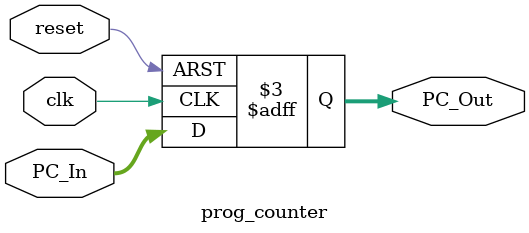
<source format=v>
`timescale 1ns / 1ps

module prog_counter
(
input clk,reset,
input [63:0] PC_In,
output reg [63:0] PC_Out
);
initial
PC_Out=64'd0;
always @ (posedge clk or posedge reset)
begin
if (reset)
PC_Out=64'd0;
else
PC_Out=PC_In;
end
endmodule
</source>
